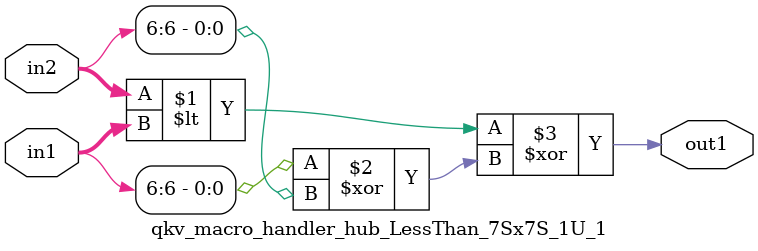
<source format=v>

`timescale 1ps / 1ps


module qkv_macro_handler_hub_LessThan_7Sx7S_1U_1( in2, in1, out1 );

    input [6:0] in2;
    input [6:0] in1;
    output out1;

    
    // rtl_process:qkv_macro_handler_hub_LessThan_7Sx7S_1U_1/qkv_macro_handler_hub_LessThan_7Sx7S_1U_1_thread_1
    assign out1 = (in2 < in1 ^ (in1[6] ^ in2[6]));

endmodule


</source>
